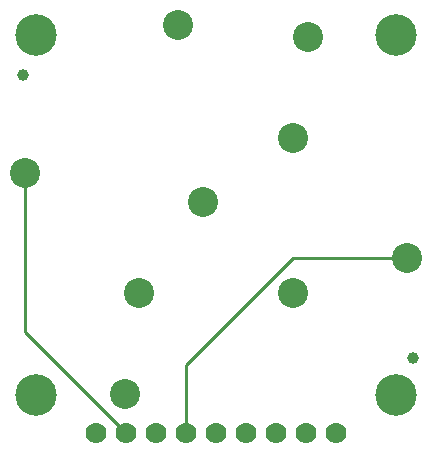
<source format=gbr>
G04 EAGLE Gerber RS-274X export*
G75*
%MOMM*%
%FSLAX34Y34*%
%LPD*%
%INTop Copper*%
%IPPOS*%
%AMOC8*
5,1,8,0,0,1.08239X$1,22.5*%
G01*
%ADD10C,3.516000*%
%ADD11C,1.000000*%
%ADD12C,2.540000*%
%ADD13C,1.778000*%
%ADD14C,0.254000*%


D10*
X152400Y-152400D03*
X-152400Y-152400D03*
D11*
X-163830Y118745D03*
X166370Y-121031D03*
D10*
X152400Y152400D03*
X-152400Y152400D03*
D12*
X-11102Y11102D03*
X-65478Y-65478D03*
X65478Y65478D03*
X65478Y-65478D03*
X161503Y-36062D03*
X-77499Y-151038D03*
X77499Y151038D03*
X-32527Y160796D03*
X-161503Y36062D03*
D13*
X101600Y-184150D03*
X76200Y-184150D03*
X50800Y-184150D03*
X25400Y-184150D03*
X0Y-184150D03*
X-25400Y-184150D03*
X-50800Y-184150D03*
X-76200Y-184150D03*
X-101600Y-184150D03*
D14*
X-25400Y-184150D02*
X-25400Y-127000D01*
X65538Y-36062D02*
X161503Y-36062D01*
X65538Y-36062D02*
X-25400Y-127000D01*
X-76200Y-184150D02*
X-161503Y-98847D01*
X-161503Y36062D01*
M02*

</source>
